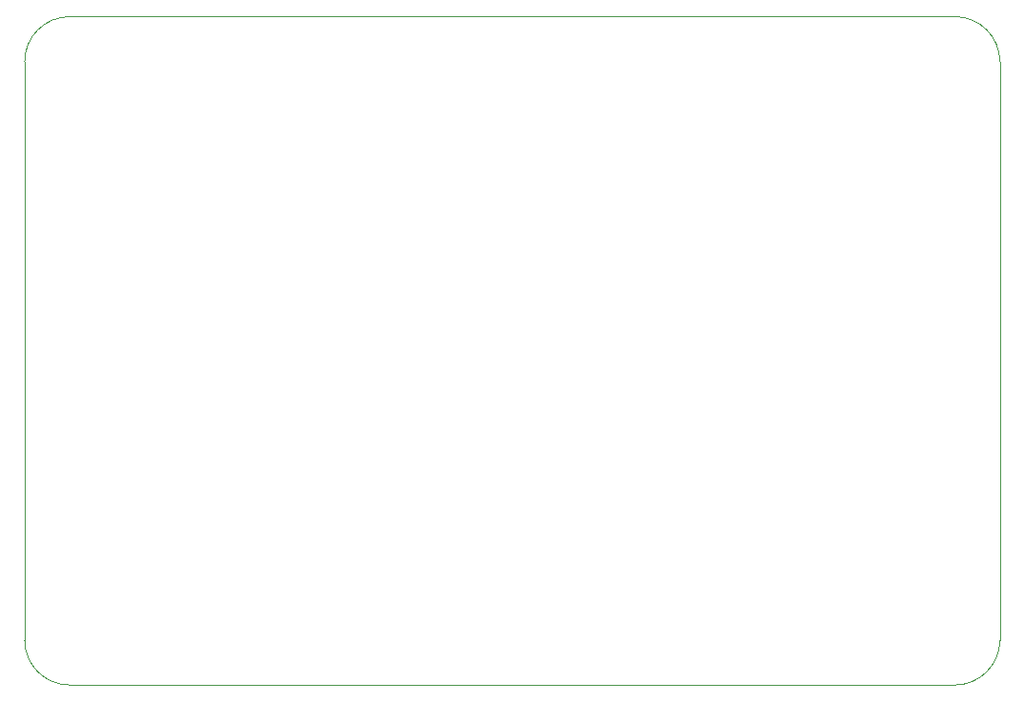
<source format=gbr>
%TF.GenerationSoftware,KiCad,Pcbnew,8.0.6*%
%TF.CreationDate,2025-05-12T11:17:16+07:00*%
%TF.ProjectId,DATN,4441544e-2e6b-4696-9361-645f70636258,rev?*%
%TF.SameCoordinates,Original*%
%TF.FileFunction,Profile,NP*%
%FSLAX46Y46*%
G04 Gerber Fmt 4.6, Leading zero omitted, Abs format (unit mm)*
G04 Created by KiCad (PCBNEW 8.0.6) date 2025-05-12 11:17:16*
%MOMM*%
%LPD*%
G01*
G04 APERTURE LIST*
%TA.AperFunction,Profile*%
%ADD10C,0.050000*%
%TD*%
G04 APERTURE END LIST*
D10*
X154400000Y-59350000D02*
G75*
G02*
X158400000Y-63350000I0J-4000000D01*
G01*
X71720000Y-114840000D02*
X71720000Y-63350000D01*
X75720000Y-59350000D02*
X154400000Y-59350000D01*
X158400000Y-114840000D02*
G75*
G02*
X154400000Y-118840000I-4000000J0D01*
G01*
X154400000Y-118840000D02*
X75720000Y-118840000D01*
X71720000Y-63350000D02*
G75*
G02*
X75720000Y-59350000I4000000J0D01*
G01*
X158400000Y-63350000D02*
X158400000Y-114840000D01*
X75720000Y-118840000D02*
G75*
G02*
X71720000Y-114840000I0J4000000D01*
G01*
M02*

</source>
